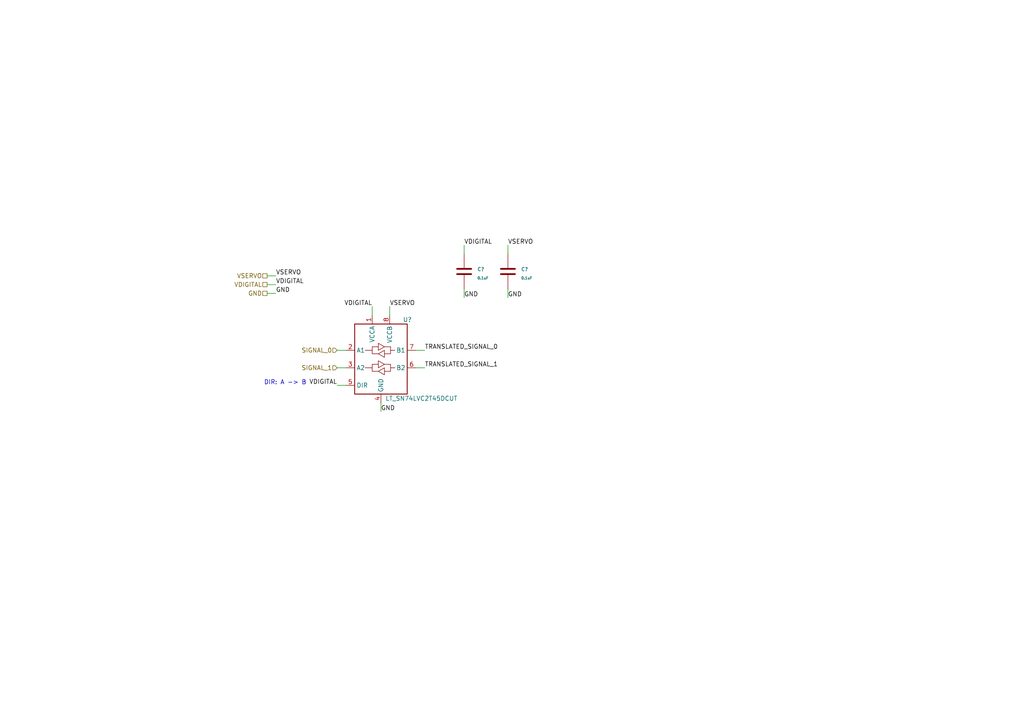
<source format=kicad_sch>
(kicad_sch (version 20211123) (generator eeschema)
  (paper "A4")
  (lib_symbols
    (symbol "Janelia:0.1uF_0402" (pin_numbers hide) (pin_names (offset 0.254))
      (property "Reference" "C" (at 0 2.54 0))
      (property "Value" "0.1uF_0402" (at 0 0 0))
      (symbol "0.1uF_0402_0_1"
        (polyline (pts (xy -2.032 -0.762) (xy 2.032 -0.762)) (stroke (width 0.508)))
        (polyline (pts (xy -2.032 0.762) (xy 2.032 0.762)) (stroke (width 0.508)))
      )
      (symbol "0.1uF_0402_1_1"
        (pin passive line (at 0 5.08 270) (length 4.318) (name "~") (number "1"))
        (pin passive line (at 0 -5.08 90) (length 4.318) (name "~") (number "2"))
      )
    )
    (symbol "Janelia:LT_SN74LVC2T45DCUT"
      (property "Reference" "U" (at -6.35 11.43 0))
      (property "Value" "LT_SN74LVC2T45DCUT" (at 3.81 11.43 0))
      (symbol "LT_SN74LVC2T45DCUT_0_1"
        (rectangle (start -7.62 10.16) (end 7.62 -10.16) (stroke (width 0.254)))
        (polyline (pts (xy -2.54 2.54) (xy -2.54 3.556) (xy -0.762 3.556)))
        (polyline (pts (xy 2.794 2.54) (xy 2.794 1.524) (xy 1.016 1.524)))
        (polyline (pts (xy -0.762 1.524) (xy -2.54 1.524) (xy -2.54 2.54) (xy -4.572 2.54)))
        (polyline (pts (xy -0.762 2.54) (xy -0.762 4.572) (xy 1.016 3.556) (xy -0.762 2.54)))
        (polyline (pts (xy 1.016 3.556) (xy 2.794 3.556) (xy 2.794 2.54) (xy 4.064 2.54)))
        (polyline (pts (xy 1.016 2.54) (xy 1.016 0.762) (xy 1.016 0.508) (xy -0.762 1.524) (xy 1.016 2.54)))
      )
      (symbol "LT_SN74LVC2T45DCUT_1_1"
        (polyline (pts (xy -2.54 -2.54) (xy -2.54 -1.524) (xy -0.762 -1.524)))
        (polyline (pts (xy 2.794 -2.54) (xy 2.794 -3.556) (xy 1.016 -3.556)))
        (polyline (pts (xy -0.762 -3.556) (xy -2.54 -3.556) (xy -2.54 -2.54) (xy -4.572 -2.54)))
        (polyline (pts (xy -0.762 -2.54) (xy -0.762 -0.508) (xy 1.016 -1.524) (xy -0.762 -2.54)))
        (polyline (pts (xy 1.016 -1.524) (xy 2.794 -1.524) (xy 2.794 -2.54) (xy 4.064 -2.54)))
        (polyline (pts (xy 1.016 -2.54) (xy 1.016 -4.318) (xy 1.016 -4.572) (xy -0.762 -3.556) (xy 1.016 -2.54)))
        (pin power_in line (at -2.54 12.7 270) (length 2.54) (name "VCCA") (number "1"))
        (pin bidirectional line (at -10.16 2.54 0) (length 2.54) (name "A1") (number "2"))
        (pin bidirectional line (at -10.16 -2.54 0) (length 2.54) (name "A2") (number "3"))
        (pin power_in line (at 0 -12.7 90) (length 2.54) (name "GND") (number "4"))
        (pin input line (at -10.16 -7.62 0) (length 2.54) (name "DIR") (number "5"))
        (pin bidirectional line (at 10.16 -2.54 180) (length 2.54) (name "B2") (number "6"))
        (pin bidirectional line (at 10.16 2.54 180) (length 2.54) (name "B1") (number "7"))
        (pin power_in line (at 2.54 12.7 270) (length 2.54) (name "VCCB") (number "8"))
      )
    )
  )
  (wire (pts (xy 147.32 71.12) (xy 147.32 73.66)))
  (wire (pts (xy 97.79 111.76) (xy 100.33 111.76)))
  (wire (pts (xy 97.79 101.6) (xy 100.33 101.6)))
  (wire (pts (xy 110.49 116.84) (xy 110.49 119.38)))
  (wire (pts (xy 120.65 106.68) (xy 123.19 106.68)))
  (wire (pts (xy 77.47 85.09) (xy 80.01 85.09)))
  (wire (pts (xy 77.47 80.01) (xy 80.01 80.01)))
  (wire (pts (xy 147.32 83.82) (xy 147.32 86.36)))
  (wire (pts (xy 113.03 88.9) (xy 113.03 91.44)))
  (wire (pts (xy 77.47 82.55) (xy 80.01 82.55)))
  (wire (pts (xy 107.95 88.9) (xy 107.95 91.44)))
  (wire (pts (xy 134.62 71.12) (xy 134.62 73.66)))
  (wire (pts (xy 97.79 106.68) (xy 100.33 106.68)))
  (wire (pts (xy 120.65 101.6) (xy 123.19 101.6)))
  (wire (pts (xy 134.62 83.82) (xy 134.62 86.36)))
  (text "DIR: A -> B" (at 88.9 111.76 180) (effects (font (size 1.27 1.27)) (justify right bottom)))
  (label "VSERVO" (at 113.03 88.9 0))
  (label "VDIGITAL" (at 107.95 88.9 180))
  (label "VDIGITAL" (at 134.62 71.12 0))
  (label "GND" (at 80.01 85.09 0))
  (label "VDIGITAL" (at 97.79 111.76 180))
  (label "VSERVO" (at 147.32 71.12 0))
  (label "TRANSLATED_SIGNAL_1" (at 123.19 106.68 0))
  (label "TRANSLATED_SIGNAL_0" (at 123.19 101.6 0))
  (label "VDIGITAL" (at 80.01 82.55 0))
  (label "GND" (at 134.62 86.36 0))
  (label "VSERVO" (at 80.01 80.01 0))
  (label "GND" (at 110.49 119.38 0))
  (label "GND" (at 147.32 86.36 0))
  (hierarchical_label "SIGNAL_0" (shape input) (at 97.79 101.6 180))
  (hierarchical_label "VDIGITAL" (shape passive) (at 77.47 82.55 180))
  (hierarchical_label "GND" (shape passive) (at 77.47 85.09 180))
  (hierarchical_label "VSERVO" (shape passive) (at 77.47 80.01 180))
  (hierarchical_label "SIGNAL_1" (shape input) (at 97.79 106.68 180))
  (symbol (lib_id "Janelia:0.1uF_0402") (at 134.62 78.74 0) (unit 1)
    (property "Reference" "C?" (at 138.43 78.105 0) (effects (font (size 1.016 1.016)) (justify left)))
    (property "Value" "0.1uF" (at 138.43 80.645 0) (effects (font (size 0.762 0.762)) (justify left)))
    (property "Footprint" "Janelia:SM0402" (effects hide))
    (property "Vendor" "Digi-Key" (effects hide))
    (property "Vendor Part Number" "311-1375-1-ND" (effects hide))
    (property "Description" "CAP CER 0.1UF 25V Y5V" (effects hide))
    (property "Package" "0402" (effects hide))
    (property "Manufacturer" "Yageo" (effects hide))
    (property "Manufacturer Part Number" "CC0402ZRY5V8BB104" (effects hide))
  )
  (symbol (lib_id "Janelia:0.1uF_0402") (at 147.32 78.74 0) (unit 1)
    (property "Reference" "C?" (at 151.13 78.105 0) (effects (font (size 1.016 1.016)) (justify left)))
    (property "Value" "0.1uF" (at 151.13 80.645 0) (effects (font (size 0.762 0.762)) (justify left)))
    (property "Footprint" "Janelia:SM0402" (effects hide))
    (property "Vendor" "Digi-Key" (effects hide))
    (property "Vendor Part Number" "311-1375-1-ND" (effects hide))
    (property "Description" "CAP CER 0.1UF 25V Y5V" (effects hide))
    (property "Package" "0402" (effects hide))
    (property "Manufacturer" "Yageo" (effects hide))
    (property "Manufacturer Part Number" "CC0402ZRY5V8BB104" (effects hide))
  )
  (symbol (lib_id "Janelia:LT_SN74LVC2T45DCUT") (at 110.49 104.14 0) (unit 1)
    (property "Reference" "U?" (at 116.84 92.71 0) (effects (justify left)))
    (property "Value" "LT_SN74LVC2T45DCUT" (at 111.76 115.57 0) (effects (justify left)))
    (property "Footprint" "Janelia:VSSOP-8_2.4x2.1mm_P0.5mm" (effects hide))
    (property "Datasheet" "http://www.ti.com/lit/ds/symlink/sn74lvc2t45.pdf" (effects hide))
    (property "Description" "IC TRNSLTR BIDIRECTIONAL US8" (effects hide))
    (property "Manufacturer" "Texas Instruments" (effects hide))
    (property "Manufacturer Part Number" "SN74LVC2T45DCUT" (effects hide))
    (property "Vendor" "Digi-Key" (effects hide))
    (property "Vendor Part Number" "296-32331-1-ND" (effects hide))
  )
)
</source>
